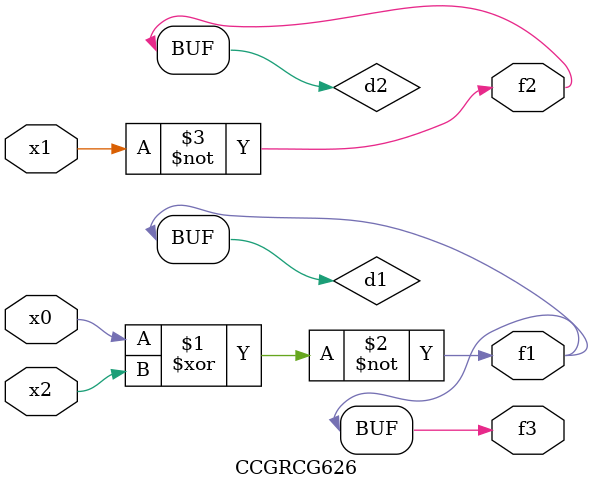
<source format=v>
module CCGRCG626(
	input x0, x1, x2,
	output f1, f2, f3
);

	wire d1, d2, d3;

	xnor (d1, x0, x2);
	nand (d2, x1);
	nor (d3, x1, x2);
	assign f1 = d1;
	assign f2 = d2;
	assign f3 = d1;
endmodule

</source>
